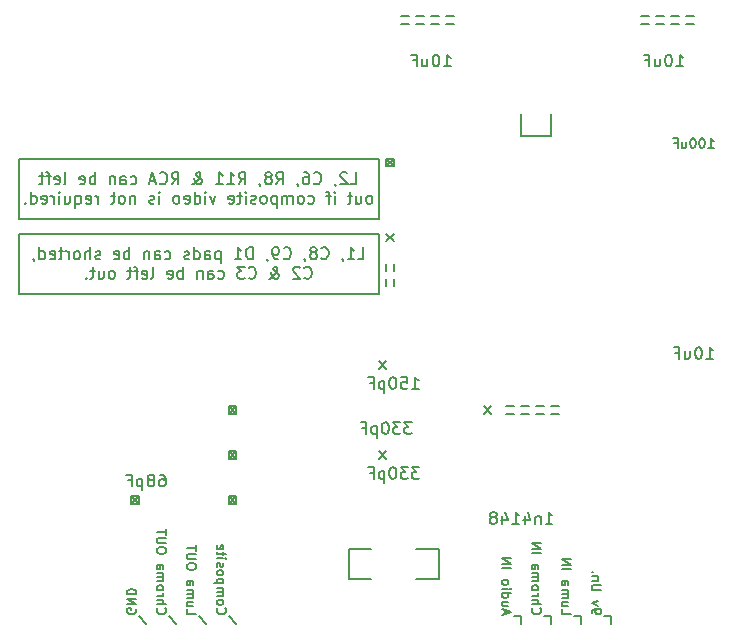
<source format=gbo>
G04 #@! TF.FileFunction,Legend,Bot*
%FSLAX46Y46*%
G04 Gerber Fmt 4.6, Leading zero omitted, Abs format (unit mm)*
G04 Created by KiCad (PCBNEW 4.0.7) date 08/20/19 18:35:54*
%MOMM*%
%LPD*%
G01*
G04 APERTURE LIST*
%ADD10C,0.100000*%
%ADD11C,0.200000*%
%ADD12C,0.150000*%
G04 APERTURE END LIST*
D10*
D11*
X173355000Y-68580000D02*
X172720000Y-68580000D01*
X174625000Y-68580000D02*
X173990000Y-68580000D01*
X175895000Y-68580000D02*
X175260000Y-68580000D01*
X177165000Y-68580000D02*
X176530000Y-68580000D01*
X176530000Y-69215000D02*
X177165000Y-69215000D01*
X175260000Y-69215000D02*
X175895000Y-69215000D01*
X173990000Y-69215000D02*
X174625000Y-69215000D01*
X172720000Y-69215000D02*
X173355000Y-69215000D01*
X156210000Y-68580000D02*
X156845000Y-68580000D01*
X154940000Y-68580000D02*
X155575000Y-68580000D01*
X153670000Y-68580000D02*
X154305000Y-68580000D01*
X152400000Y-68580000D02*
X153035000Y-68580000D01*
X153035000Y-69215000D02*
X152400000Y-69215000D01*
X156210000Y-69215000D02*
X156845000Y-69215000D01*
X154940000Y-69215000D02*
X155575000Y-69215000D01*
X153670000Y-69215000D02*
X154305000Y-69215000D01*
X165100000Y-78740000D02*
X165100000Y-76835000D01*
X162560000Y-78740000D02*
X165100000Y-78740000D01*
X162560000Y-76835000D02*
X162560000Y-78740000D01*
X155575000Y-113665000D02*
X153670000Y-113665000D01*
X155575000Y-116205000D02*
X155575000Y-113665000D01*
X153670000Y-116205000D02*
X155575000Y-116205000D01*
X147955000Y-116205000D02*
X149860000Y-116205000D01*
X147955000Y-113665000D02*
X147955000Y-116205000D01*
X149860000Y-113665000D02*
X147955000Y-113665000D01*
X165735000Y-102235000D02*
X165100000Y-102235000D01*
X165100000Y-101600000D02*
X165735000Y-101600000D01*
X161925000Y-102235000D02*
X161290000Y-102235000D01*
X161290000Y-101600000D02*
X161925000Y-101600000D01*
X163830000Y-102235000D02*
X164465000Y-102235000D01*
X163830000Y-101600000D02*
X164465000Y-101600000D01*
X162560000Y-101600000D02*
X163195000Y-101600000D01*
X151765000Y-90805000D02*
X151765000Y-91440000D01*
X151765000Y-89535000D02*
X151765000Y-90170000D01*
X151130000Y-90805000D02*
X151130000Y-91440000D01*
X151130000Y-89535000D02*
X151130000Y-90170000D01*
X159385000Y-101600000D02*
X160020000Y-102235000D01*
X159385000Y-102235000D02*
X160020000Y-101600000D01*
X151765000Y-86995000D02*
X151130000Y-87630000D01*
X151130000Y-86995000D02*
X151765000Y-87630000D01*
X151130000Y-80645000D02*
X151765000Y-81280000D01*
X151765000Y-80645000D02*
X151130000Y-80645000D01*
X151130000Y-81280000D02*
X151765000Y-80645000D01*
X151765000Y-80645000D02*
X151130000Y-80645000D01*
X151765000Y-81280000D02*
X151765000Y-80645000D01*
X151130000Y-81280000D02*
X151765000Y-81280000D01*
X151130000Y-80645000D02*
X151130000Y-81280000D01*
X137795000Y-101600000D02*
X138430000Y-102235000D01*
X138430000Y-101600000D02*
X137795000Y-102235000D01*
X137795000Y-105410000D02*
X138430000Y-106045000D01*
X137795000Y-106045000D02*
X138430000Y-105410000D01*
X129540000Y-109220000D02*
X130175000Y-109855000D01*
X129540000Y-109855000D02*
X130175000Y-109220000D01*
X137795000Y-109220000D02*
X138430000Y-109855000D01*
X137795000Y-109855000D02*
X138430000Y-109220000D01*
X138430000Y-109855000D02*
X137795000Y-109855000D01*
X138430000Y-109220000D02*
X138430000Y-109855000D01*
X137795000Y-109220000D02*
X138430000Y-109220000D01*
X137795000Y-109855000D02*
X137795000Y-109220000D01*
X138430000Y-106045000D02*
X137795000Y-106045000D01*
X138430000Y-105410000D02*
X138430000Y-106045000D01*
X137795000Y-105410000D02*
X138430000Y-105410000D01*
X137795000Y-106045000D02*
X137795000Y-105410000D01*
X130175000Y-109855000D02*
X129540000Y-109855000D01*
X130175000Y-109220000D02*
X130175000Y-109855000D01*
X129540000Y-109220000D02*
X130175000Y-109220000D01*
X129540000Y-109855000D02*
X129540000Y-109220000D01*
X138430000Y-102235000D02*
X137795000Y-102235000D01*
X138430000Y-101600000D02*
X138430000Y-102235000D01*
X137795000Y-101600000D02*
X138430000Y-101600000D01*
X137795000Y-102235000D02*
X137795000Y-101600000D01*
X150495000Y-105410000D02*
X151130000Y-106045000D01*
X151130000Y-105410000D02*
X150495000Y-106045000D01*
X151130000Y-97790000D02*
X150495000Y-98425000D01*
X150495000Y-97790000D02*
X151130000Y-98425000D01*
X163195000Y-102235000D02*
X162560000Y-102235000D01*
X120015000Y-92075000D02*
X120015000Y-86995000D01*
X150495000Y-92075000D02*
X120015000Y-92075000D01*
X150495000Y-86995000D02*
X150495000Y-92075000D01*
X120015000Y-86995000D02*
X150495000Y-86995000D01*
X150495000Y-85725000D02*
X120015000Y-85725000D01*
X150495000Y-80645000D02*
X120015000Y-80645000D01*
X150495000Y-80645000D02*
X150495000Y-85725000D01*
X120015000Y-81280000D02*
X120015000Y-80645000D01*
X120015000Y-85725000D02*
X120015000Y-81280000D01*
X120015000Y-81280000D02*
X120015000Y-85725000D01*
D12*
X148731191Y-89162381D02*
X149207382Y-89162381D01*
X149207382Y-88162381D01*
X147874048Y-89162381D02*
X148445477Y-89162381D01*
X148159763Y-89162381D02*
X148159763Y-88162381D01*
X148255001Y-88305238D01*
X148350239Y-88400476D01*
X148445477Y-88448095D01*
X147397858Y-89114762D02*
X147397858Y-89162381D01*
X147445477Y-89257619D01*
X147493096Y-89305238D01*
X145635953Y-89067143D02*
X145683572Y-89114762D01*
X145826429Y-89162381D01*
X145921667Y-89162381D01*
X146064525Y-89114762D01*
X146159763Y-89019524D01*
X146207382Y-88924286D01*
X146255001Y-88733810D01*
X146255001Y-88590952D01*
X146207382Y-88400476D01*
X146159763Y-88305238D01*
X146064525Y-88210000D01*
X145921667Y-88162381D01*
X145826429Y-88162381D01*
X145683572Y-88210000D01*
X145635953Y-88257619D01*
X145064525Y-88590952D02*
X145159763Y-88543333D01*
X145207382Y-88495714D01*
X145255001Y-88400476D01*
X145255001Y-88352857D01*
X145207382Y-88257619D01*
X145159763Y-88210000D01*
X145064525Y-88162381D01*
X144874048Y-88162381D01*
X144778810Y-88210000D01*
X144731191Y-88257619D01*
X144683572Y-88352857D01*
X144683572Y-88400476D01*
X144731191Y-88495714D01*
X144778810Y-88543333D01*
X144874048Y-88590952D01*
X145064525Y-88590952D01*
X145159763Y-88638571D01*
X145207382Y-88686190D01*
X145255001Y-88781429D01*
X145255001Y-88971905D01*
X145207382Y-89067143D01*
X145159763Y-89114762D01*
X145064525Y-89162381D01*
X144874048Y-89162381D01*
X144778810Y-89114762D01*
X144731191Y-89067143D01*
X144683572Y-88971905D01*
X144683572Y-88781429D01*
X144731191Y-88686190D01*
X144778810Y-88638571D01*
X144874048Y-88590952D01*
X144207382Y-89114762D02*
X144207382Y-89162381D01*
X144255001Y-89257619D01*
X144302620Y-89305238D01*
X142445477Y-89067143D02*
X142493096Y-89114762D01*
X142635953Y-89162381D01*
X142731191Y-89162381D01*
X142874049Y-89114762D01*
X142969287Y-89019524D01*
X143016906Y-88924286D01*
X143064525Y-88733810D01*
X143064525Y-88590952D01*
X143016906Y-88400476D01*
X142969287Y-88305238D01*
X142874049Y-88210000D01*
X142731191Y-88162381D01*
X142635953Y-88162381D01*
X142493096Y-88210000D01*
X142445477Y-88257619D01*
X141969287Y-89162381D02*
X141778811Y-89162381D01*
X141683572Y-89114762D01*
X141635953Y-89067143D01*
X141540715Y-88924286D01*
X141493096Y-88733810D01*
X141493096Y-88352857D01*
X141540715Y-88257619D01*
X141588334Y-88210000D01*
X141683572Y-88162381D01*
X141874049Y-88162381D01*
X141969287Y-88210000D01*
X142016906Y-88257619D01*
X142064525Y-88352857D01*
X142064525Y-88590952D01*
X142016906Y-88686190D01*
X141969287Y-88733810D01*
X141874049Y-88781429D01*
X141683572Y-88781429D01*
X141588334Y-88733810D01*
X141540715Y-88686190D01*
X141493096Y-88590952D01*
X141016906Y-89114762D02*
X141016906Y-89162381D01*
X141064525Y-89257619D01*
X141112144Y-89305238D01*
X139826430Y-89162381D02*
X139826430Y-88162381D01*
X139588335Y-88162381D01*
X139445477Y-88210000D01*
X139350239Y-88305238D01*
X139302620Y-88400476D01*
X139255001Y-88590952D01*
X139255001Y-88733810D01*
X139302620Y-88924286D01*
X139350239Y-89019524D01*
X139445477Y-89114762D01*
X139588335Y-89162381D01*
X139826430Y-89162381D01*
X138302620Y-89162381D02*
X138874049Y-89162381D01*
X138588335Y-89162381D02*
X138588335Y-88162381D01*
X138683573Y-88305238D01*
X138778811Y-88400476D01*
X138874049Y-88448095D01*
X137112144Y-88495714D02*
X137112144Y-89495714D01*
X137112144Y-88543333D02*
X137016906Y-88495714D01*
X136826429Y-88495714D01*
X136731191Y-88543333D01*
X136683572Y-88590952D01*
X136635953Y-88686190D01*
X136635953Y-88971905D01*
X136683572Y-89067143D01*
X136731191Y-89114762D01*
X136826429Y-89162381D01*
X137016906Y-89162381D01*
X137112144Y-89114762D01*
X135778810Y-89162381D02*
X135778810Y-88638571D01*
X135826429Y-88543333D01*
X135921667Y-88495714D01*
X136112144Y-88495714D01*
X136207382Y-88543333D01*
X135778810Y-89114762D02*
X135874048Y-89162381D01*
X136112144Y-89162381D01*
X136207382Y-89114762D01*
X136255001Y-89019524D01*
X136255001Y-88924286D01*
X136207382Y-88829048D01*
X136112144Y-88781429D01*
X135874048Y-88781429D01*
X135778810Y-88733810D01*
X134874048Y-89162381D02*
X134874048Y-88162381D01*
X134874048Y-89114762D02*
X134969286Y-89162381D01*
X135159763Y-89162381D01*
X135255001Y-89114762D01*
X135302620Y-89067143D01*
X135350239Y-88971905D01*
X135350239Y-88686190D01*
X135302620Y-88590952D01*
X135255001Y-88543333D01*
X135159763Y-88495714D01*
X134969286Y-88495714D01*
X134874048Y-88543333D01*
X134445477Y-89114762D02*
X134350239Y-89162381D01*
X134159763Y-89162381D01*
X134064524Y-89114762D01*
X134016905Y-89019524D01*
X134016905Y-88971905D01*
X134064524Y-88876667D01*
X134159763Y-88829048D01*
X134302620Y-88829048D01*
X134397858Y-88781429D01*
X134445477Y-88686190D01*
X134445477Y-88638571D01*
X134397858Y-88543333D01*
X134302620Y-88495714D01*
X134159763Y-88495714D01*
X134064524Y-88543333D01*
X132397857Y-89114762D02*
X132493095Y-89162381D01*
X132683572Y-89162381D01*
X132778810Y-89114762D01*
X132826429Y-89067143D01*
X132874048Y-88971905D01*
X132874048Y-88686190D01*
X132826429Y-88590952D01*
X132778810Y-88543333D01*
X132683572Y-88495714D01*
X132493095Y-88495714D01*
X132397857Y-88543333D01*
X131540714Y-89162381D02*
X131540714Y-88638571D01*
X131588333Y-88543333D01*
X131683571Y-88495714D01*
X131874048Y-88495714D01*
X131969286Y-88543333D01*
X131540714Y-89114762D02*
X131635952Y-89162381D01*
X131874048Y-89162381D01*
X131969286Y-89114762D01*
X132016905Y-89019524D01*
X132016905Y-88924286D01*
X131969286Y-88829048D01*
X131874048Y-88781429D01*
X131635952Y-88781429D01*
X131540714Y-88733810D01*
X131064524Y-88495714D02*
X131064524Y-89162381D01*
X131064524Y-88590952D02*
X131016905Y-88543333D01*
X130921667Y-88495714D01*
X130778809Y-88495714D01*
X130683571Y-88543333D01*
X130635952Y-88638571D01*
X130635952Y-89162381D01*
X129397857Y-89162381D02*
X129397857Y-88162381D01*
X129397857Y-88543333D02*
X129302619Y-88495714D01*
X129112142Y-88495714D01*
X129016904Y-88543333D01*
X128969285Y-88590952D01*
X128921666Y-88686190D01*
X128921666Y-88971905D01*
X128969285Y-89067143D01*
X129016904Y-89114762D01*
X129112142Y-89162381D01*
X129302619Y-89162381D01*
X129397857Y-89114762D01*
X128112142Y-89114762D02*
X128207380Y-89162381D01*
X128397857Y-89162381D01*
X128493095Y-89114762D01*
X128540714Y-89019524D01*
X128540714Y-88638571D01*
X128493095Y-88543333D01*
X128397857Y-88495714D01*
X128207380Y-88495714D01*
X128112142Y-88543333D01*
X128064523Y-88638571D01*
X128064523Y-88733810D01*
X128540714Y-88829048D01*
X126921666Y-89114762D02*
X126826428Y-89162381D01*
X126635952Y-89162381D01*
X126540713Y-89114762D01*
X126493094Y-89019524D01*
X126493094Y-88971905D01*
X126540713Y-88876667D01*
X126635952Y-88829048D01*
X126778809Y-88829048D01*
X126874047Y-88781429D01*
X126921666Y-88686190D01*
X126921666Y-88638571D01*
X126874047Y-88543333D01*
X126778809Y-88495714D01*
X126635952Y-88495714D01*
X126540713Y-88543333D01*
X126064523Y-89162381D02*
X126064523Y-88162381D01*
X125635951Y-89162381D02*
X125635951Y-88638571D01*
X125683570Y-88543333D01*
X125778808Y-88495714D01*
X125921666Y-88495714D01*
X126016904Y-88543333D01*
X126064523Y-88590952D01*
X125016904Y-89162381D02*
X125112142Y-89114762D01*
X125159761Y-89067143D01*
X125207380Y-88971905D01*
X125207380Y-88686190D01*
X125159761Y-88590952D01*
X125112142Y-88543333D01*
X125016904Y-88495714D01*
X124874046Y-88495714D01*
X124778808Y-88543333D01*
X124731189Y-88590952D01*
X124683570Y-88686190D01*
X124683570Y-88971905D01*
X124731189Y-89067143D01*
X124778808Y-89114762D01*
X124874046Y-89162381D01*
X125016904Y-89162381D01*
X124254999Y-89162381D02*
X124254999Y-88495714D01*
X124254999Y-88686190D02*
X124207380Y-88590952D01*
X124159761Y-88543333D01*
X124064523Y-88495714D01*
X123969284Y-88495714D01*
X123778808Y-88495714D02*
X123397856Y-88495714D01*
X123635951Y-88162381D02*
X123635951Y-89019524D01*
X123588332Y-89114762D01*
X123493094Y-89162381D01*
X123397856Y-89162381D01*
X122683569Y-89114762D02*
X122778807Y-89162381D01*
X122969284Y-89162381D01*
X123064522Y-89114762D01*
X123112141Y-89019524D01*
X123112141Y-88638571D01*
X123064522Y-88543333D01*
X122969284Y-88495714D01*
X122778807Y-88495714D01*
X122683569Y-88543333D01*
X122635950Y-88638571D01*
X122635950Y-88733810D01*
X123112141Y-88829048D01*
X121778807Y-89162381D02*
X121778807Y-88162381D01*
X121778807Y-89114762D02*
X121874045Y-89162381D01*
X122064522Y-89162381D01*
X122159760Y-89114762D01*
X122207379Y-89067143D01*
X122254998Y-88971905D01*
X122254998Y-88686190D01*
X122207379Y-88590952D01*
X122159760Y-88543333D01*
X122064522Y-88495714D01*
X121874045Y-88495714D01*
X121778807Y-88543333D01*
X121254998Y-89114762D02*
X121254998Y-89162381D01*
X121302617Y-89257619D01*
X121350236Y-89305238D01*
X144207382Y-90717143D02*
X144255001Y-90764762D01*
X144397858Y-90812381D01*
X144493096Y-90812381D01*
X144635954Y-90764762D01*
X144731192Y-90669524D01*
X144778811Y-90574286D01*
X144826430Y-90383810D01*
X144826430Y-90240952D01*
X144778811Y-90050476D01*
X144731192Y-89955238D01*
X144635954Y-89860000D01*
X144493096Y-89812381D01*
X144397858Y-89812381D01*
X144255001Y-89860000D01*
X144207382Y-89907619D01*
X143826430Y-89907619D02*
X143778811Y-89860000D01*
X143683573Y-89812381D01*
X143445477Y-89812381D01*
X143350239Y-89860000D01*
X143302620Y-89907619D01*
X143255001Y-90002857D01*
X143255001Y-90098095D01*
X143302620Y-90240952D01*
X143874049Y-90812381D01*
X143255001Y-90812381D01*
X141255001Y-90812381D02*
X141302620Y-90812381D01*
X141397858Y-90764762D01*
X141540715Y-90621905D01*
X141778810Y-90336190D01*
X141874049Y-90193333D01*
X141921668Y-90050476D01*
X141921668Y-89955238D01*
X141874049Y-89860000D01*
X141778810Y-89812381D01*
X141731191Y-89812381D01*
X141635953Y-89860000D01*
X141588334Y-89955238D01*
X141588334Y-90002857D01*
X141635953Y-90098095D01*
X141683572Y-90145714D01*
X141969287Y-90336190D01*
X142016906Y-90383810D01*
X142064525Y-90479048D01*
X142064525Y-90621905D01*
X142016906Y-90717143D01*
X141969287Y-90764762D01*
X141874049Y-90812381D01*
X141731191Y-90812381D01*
X141635953Y-90764762D01*
X141588334Y-90717143D01*
X141445477Y-90526667D01*
X141397858Y-90383810D01*
X141397858Y-90288571D01*
X139493096Y-90717143D02*
X139540715Y-90764762D01*
X139683572Y-90812381D01*
X139778810Y-90812381D01*
X139921668Y-90764762D01*
X140016906Y-90669524D01*
X140064525Y-90574286D01*
X140112144Y-90383810D01*
X140112144Y-90240952D01*
X140064525Y-90050476D01*
X140016906Y-89955238D01*
X139921668Y-89860000D01*
X139778810Y-89812381D01*
X139683572Y-89812381D01*
X139540715Y-89860000D01*
X139493096Y-89907619D01*
X139159763Y-89812381D02*
X138540715Y-89812381D01*
X138874049Y-90193333D01*
X138731191Y-90193333D01*
X138635953Y-90240952D01*
X138588334Y-90288571D01*
X138540715Y-90383810D01*
X138540715Y-90621905D01*
X138588334Y-90717143D01*
X138635953Y-90764762D01*
X138731191Y-90812381D01*
X139016906Y-90812381D01*
X139112144Y-90764762D01*
X139159763Y-90717143D01*
X136921667Y-90764762D02*
X137016905Y-90812381D01*
X137207382Y-90812381D01*
X137302620Y-90764762D01*
X137350239Y-90717143D01*
X137397858Y-90621905D01*
X137397858Y-90336190D01*
X137350239Y-90240952D01*
X137302620Y-90193333D01*
X137207382Y-90145714D01*
X137016905Y-90145714D01*
X136921667Y-90193333D01*
X136064524Y-90812381D02*
X136064524Y-90288571D01*
X136112143Y-90193333D01*
X136207381Y-90145714D01*
X136397858Y-90145714D01*
X136493096Y-90193333D01*
X136064524Y-90764762D02*
X136159762Y-90812381D01*
X136397858Y-90812381D01*
X136493096Y-90764762D01*
X136540715Y-90669524D01*
X136540715Y-90574286D01*
X136493096Y-90479048D01*
X136397858Y-90431429D01*
X136159762Y-90431429D01*
X136064524Y-90383810D01*
X135588334Y-90145714D02*
X135588334Y-90812381D01*
X135588334Y-90240952D02*
X135540715Y-90193333D01*
X135445477Y-90145714D01*
X135302619Y-90145714D01*
X135207381Y-90193333D01*
X135159762Y-90288571D01*
X135159762Y-90812381D01*
X133921667Y-90812381D02*
X133921667Y-89812381D01*
X133921667Y-90193333D02*
X133826429Y-90145714D01*
X133635952Y-90145714D01*
X133540714Y-90193333D01*
X133493095Y-90240952D01*
X133445476Y-90336190D01*
X133445476Y-90621905D01*
X133493095Y-90717143D01*
X133540714Y-90764762D01*
X133635952Y-90812381D01*
X133826429Y-90812381D01*
X133921667Y-90764762D01*
X132635952Y-90764762D02*
X132731190Y-90812381D01*
X132921667Y-90812381D01*
X133016905Y-90764762D01*
X133064524Y-90669524D01*
X133064524Y-90288571D01*
X133016905Y-90193333D01*
X132921667Y-90145714D01*
X132731190Y-90145714D01*
X132635952Y-90193333D01*
X132588333Y-90288571D01*
X132588333Y-90383810D01*
X133064524Y-90479048D01*
X131255000Y-90812381D02*
X131350238Y-90764762D01*
X131397857Y-90669524D01*
X131397857Y-89812381D01*
X130493094Y-90764762D02*
X130588332Y-90812381D01*
X130778809Y-90812381D01*
X130874047Y-90764762D01*
X130921666Y-90669524D01*
X130921666Y-90288571D01*
X130874047Y-90193333D01*
X130778809Y-90145714D01*
X130588332Y-90145714D01*
X130493094Y-90193333D01*
X130445475Y-90288571D01*
X130445475Y-90383810D01*
X130921666Y-90479048D01*
X130159761Y-90145714D02*
X129778809Y-90145714D01*
X130016904Y-90812381D02*
X130016904Y-89955238D01*
X129969285Y-89860000D01*
X129874047Y-89812381D01*
X129778809Y-89812381D01*
X129588332Y-90145714D02*
X129207380Y-90145714D01*
X129445475Y-89812381D02*
X129445475Y-90669524D01*
X129397856Y-90764762D01*
X129302618Y-90812381D01*
X129207380Y-90812381D01*
X127969284Y-90812381D02*
X128064522Y-90764762D01*
X128112141Y-90717143D01*
X128159760Y-90621905D01*
X128159760Y-90336190D01*
X128112141Y-90240952D01*
X128064522Y-90193333D01*
X127969284Y-90145714D01*
X127826426Y-90145714D01*
X127731188Y-90193333D01*
X127683569Y-90240952D01*
X127635950Y-90336190D01*
X127635950Y-90621905D01*
X127683569Y-90717143D01*
X127731188Y-90764762D01*
X127826426Y-90812381D01*
X127969284Y-90812381D01*
X126778807Y-90145714D02*
X126778807Y-90812381D01*
X127207379Y-90145714D02*
X127207379Y-90669524D01*
X127159760Y-90764762D01*
X127064522Y-90812381D01*
X126921664Y-90812381D01*
X126826426Y-90764762D01*
X126778807Y-90717143D01*
X126445474Y-90145714D02*
X126064522Y-90145714D01*
X126302617Y-89812381D02*
X126302617Y-90669524D01*
X126254998Y-90764762D01*
X126159760Y-90812381D01*
X126064522Y-90812381D01*
X125731188Y-90717143D02*
X125683569Y-90764762D01*
X125731188Y-90812381D01*
X125778807Y-90764762D01*
X125731188Y-90717143D01*
X125731188Y-90812381D01*
X148112144Y-82812381D02*
X148588335Y-82812381D01*
X148588335Y-81812381D01*
X147826430Y-81907619D02*
X147778811Y-81860000D01*
X147683573Y-81812381D01*
X147445477Y-81812381D01*
X147350239Y-81860000D01*
X147302620Y-81907619D01*
X147255001Y-82002857D01*
X147255001Y-82098095D01*
X147302620Y-82240952D01*
X147874049Y-82812381D01*
X147255001Y-82812381D01*
X146778811Y-82764762D02*
X146778811Y-82812381D01*
X146826430Y-82907619D01*
X146874049Y-82955238D01*
X145016906Y-82717143D02*
X145064525Y-82764762D01*
X145207382Y-82812381D01*
X145302620Y-82812381D01*
X145445478Y-82764762D01*
X145540716Y-82669524D01*
X145588335Y-82574286D01*
X145635954Y-82383810D01*
X145635954Y-82240952D01*
X145588335Y-82050476D01*
X145540716Y-81955238D01*
X145445478Y-81860000D01*
X145302620Y-81812381D01*
X145207382Y-81812381D01*
X145064525Y-81860000D01*
X145016906Y-81907619D01*
X144159763Y-81812381D02*
X144350240Y-81812381D01*
X144445478Y-81860000D01*
X144493097Y-81907619D01*
X144588335Y-82050476D01*
X144635954Y-82240952D01*
X144635954Y-82621905D01*
X144588335Y-82717143D01*
X144540716Y-82764762D01*
X144445478Y-82812381D01*
X144255001Y-82812381D01*
X144159763Y-82764762D01*
X144112144Y-82717143D01*
X144064525Y-82621905D01*
X144064525Y-82383810D01*
X144112144Y-82288571D01*
X144159763Y-82240952D01*
X144255001Y-82193333D01*
X144445478Y-82193333D01*
X144540716Y-82240952D01*
X144588335Y-82288571D01*
X144635954Y-82383810D01*
X143588335Y-82764762D02*
X143588335Y-82812381D01*
X143635954Y-82907619D01*
X143683573Y-82955238D01*
X141826430Y-82812381D02*
X142159764Y-82336190D01*
X142397859Y-82812381D02*
X142397859Y-81812381D01*
X142016906Y-81812381D01*
X141921668Y-81860000D01*
X141874049Y-81907619D01*
X141826430Y-82002857D01*
X141826430Y-82145714D01*
X141874049Y-82240952D01*
X141921668Y-82288571D01*
X142016906Y-82336190D01*
X142397859Y-82336190D01*
X141255002Y-82240952D02*
X141350240Y-82193333D01*
X141397859Y-82145714D01*
X141445478Y-82050476D01*
X141445478Y-82002857D01*
X141397859Y-81907619D01*
X141350240Y-81860000D01*
X141255002Y-81812381D01*
X141064525Y-81812381D01*
X140969287Y-81860000D01*
X140921668Y-81907619D01*
X140874049Y-82002857D01*
X140874049Y-82050476D01*
X140921668Y-82145714D01*
X140969287Y-82193333D01*
X141064525Y-82240952D01*
X141255002Y-82240952D01*
X141350240Y-82288571D01*
X141397859Y-82336190D01*
X141445478Y-82431429D01*
X141445478Y-82621905D01*
X141397859Y-82717143D01*
X141350240Y-82764762D01*
X141255002Y-82812381D01*
X141064525Y-82812381D01*
X140969287Y-82764762D01*
X140921668Y-82717143D01*
X140874049Y-82621905D01*
X140874049Y-82431429D01*
X140921668Y-82336190D01*
X140969287Y-82288571D01*
X141064525Y-82240952D01*
X140397859Y-82764762D02*
X140397859Y-82812381D01*
X140445478Y-82907619D01*
X140493097Y-82955238D01*
X138635954Y-82812381D02*
X138969288Y-82336190D01*
X139207383Y-82812381D02*
X139207383Y-81812381D01*
X138826430Y-81812381D01*
X138731192Y-81860000D01*
X138683573Y-81907619D01*
X138635954Y-82002857D01*
X138635954Y-82145714D01*
X138683573Y-82240952D01*
X138731192Y-82288571D01*
X138826430Y-82336190D01*
X139207383Y-82336190D01*
X137683573Y-82812381D02*
X138255002Y-82812381D01*
X137969288Y-82812381D02*
X137969288Y-81812381D01*
X138064526Y-81955238D01*
X138159764Y-82050476D01*
X138255002Y-82098095D01*
X136731192Y-82812381D02*
X137302621Y-82812381D01*
X137016907Y-82812381D02*
X137016907Y-81812381D01*
X137112145Y-81955238D01*
X137207383Y-82050476D01*
X137302621Y-82098095D01*
X134731192Y-82812381D02*
X134778811Y-82812381D01*
X134874049Y-82764762D01*
X135016906Y-82621905D01*
X135255001Y-82336190D01*
X135350240Y-82193333D01*
X135397859Y-82050476D01*
X135397859Y-81955238D01*
X135350240Y-81860000D01*
X135255001Y-81812381D01*
X135207382Y-81812381D01*
X135112144Y-81860000D01*
X135064525Y-81955238D01*
X135064525Y-82002857D01*
X135112144Y-82098095D01*
X135159763Y-82145714D01*
X135445478Y-82336190D01*
X135493097Y-82383810D01*
X135540716Y-82479048D01*
X135540716Y-82621905D01*
X135493097Y-82717143D01*
X135445478Y-82764762D01*
X135350240Y-82812381D01*
X135207382Y-82812381D01*
X135112144Y-82764762D01*
X135064525Y-82717143D01*
X134921668Y-82526667D01*
X134874049Y-82383810D01*
X134874049Y-82288571D01*
X132969287Y-82812381D02*
X133302621Y-82336190D01*
X133540716Y-82812381D02*
X133540716Y-81812381D01*
X133159763Y-81812381D01*
X133064525Y-81860000D01*
X133016906Y-81907619D01*
X132969287Y-82002857D01*
X132969287Y-82145714D01*
X133016906Y-82240952D01*
X133064525Y-82288571D01*
X133159763Y-82336190D01*
X133540716Y-82336190D01*
X131969287Y-82717143D02*
X132016906Y-82764762D01*
X132159763Y-82812381D01*
X132255001Y-82812381D01*
X132397859Y-82764762D01*
X132493097Y-82669524D01*
X132540716Y-82574286D01*
X132588335Y-82383810D01*
X132588335Y-82240952D01*
X132540716Y-82050476D01*
X132493097Y-81955238D01*
X132397859Y-81860000D01*
X132255001Y-81812381D01*
X132159763Y-81812381D01*
X132016906Y-81860000D01*
X131969287Y-81907619D01*
X131588335Y-82526667D02*
X131112144Y-82526667D01*
X131683573Y-82812381D02*
X131350240Y-81812381D01*
X131016906Y-82812381D01*
X129493096Y-82764762D02*
X129588334Y-82812381D01*
X129778811Y-82812381D01*
X129874049Y-82764762D01*
X129921668Y-82717143D01*
X129969287Y-82621905D01*
X129969287Y-82336190D01*
X129921668Y-82240952D01*
X129874049Y-82193333D01*
X129778811Y-82145714D01*
X129588334Y-82145714D01*
X129493096Y-82193333D01*
X128635953Y-82812381D02*
X128635953Y-82288571D01*
X128683572Y-82193333D01*
X128778810Y-82145714D01*
X128969287Y-82145714D01*
X129064525Y-82193333D01*
X128635953Y-82764762D02*
X128731191Y-82812381D01*
X128969287Y-82812381D01*
X129064525Y-82764762D01*
X129112144Y-82669524D01*
X129112144Y-82574286D01*
X129064525Y-82479048D01*
X128969287Y-82431429D01*
X128731191Y-82431429D01*
X128635953Y-82383810D01*
X128159763Y-82145714D02*
X128159763Y-82812381D01*
X128159763Y-82240952D02*
X128112144Y-82193333D01*
X128016906Y-82145714D01*
X127874048Y-82145714D01*
X127778810Y-82193333D01*
X127731191Y-82288571D01*
X127731191Y-82812381D01*
X126493096Y-82812381D02*
X126493096Y-81812381D01*
X126493096Y-82193333D02*
X126397858Y-82145714D01*
X126207381Y-82145714D01*
X126112143Y-82193333D01*
X126064524Y-82240952D01*
X126016905Y-82336190D01*
X126016905Y-82621905D01*
X126064524Y-82717143D01*
X126112143Y-82764762D01*
X126207381Y-82812381D01*
X126397858Y-82812381D01*
X126493096Y-82764762D01*
X125207381Y-82764762D02*
X125302619Y-82812381D01*
X125493096Y-82812381D01*
X125588334Y-82764762D01*
X125635953Y-82669524D01*
X125635953Y-82288571D01*
X125588334Y-82193333D01*
X125493096Y-82145714D01*
X125302619Y-82145714D01*
X125207381Y-82193333D01*
X125159762Y-82288571D01*
X125159762Y-82383810D01*
X125635953Y-82479048D01*
X123826429Y-82812381D02*
X123921667Y-82764762D01*
X123969286Y-82669524D01*
X123969286Y-81812381D01*
X123064523Y-82764762D02*
X123159761Y-82812381D01*
X123350238Y-82812381D01*
X123445476Y-82764762D01*
X123493095Y-82669524D01*
X123493095Y-82288571D01*
X123445476Y-82193333D01*
X123350238Y-82145714D01*
X123159761Y-82145714D01*
X123064523Y-82193333D01*
X123016904Y-82288571D01*
X123016904Y-82383810D01*
X123493095Y-82479048D01*
X122731190Y-82145714D02*
X122350238Y-82145714D01*
X122588333Y-82812381D02*
X122588333Y-81955238D01*
X122540714Y-81860000D01*
X122445476Y-81812381D01*
X122350238Y-81812381D01*
X122159761Y-82145714D02*
X121778809Y-82145714D01*
X122016904Y-81812381D02*
X122016904Y-82669524D01*
X121969285Y-82764762D01*
X121874047Y-82812381D01*
X121778809Y-82812381D01*
X149778811Y-84462381D02*
X149874049Y-84414762D01*
X149921668Y-84367143D01*
X149969287Y-84271905D01*
X149969287Y-83986190D01*
X149921668Y-83890952D01*
X149874049Y-83843333D01*
X149778811Y-83795714D01*
X149635953Y-83795714D01*
X149540715Y-83843333D01*
X149493096Y-83890952D01*
X149445477Y-83986190D01*
X149445477Y-84271905D01*
X149493096Y-84367143D01*
X149540715Y-84414762D01*
X149635953Y-84462381D01*
X149778811Y-84462381D01*
X148588334Y-83795714D02*
X148588334Y-84462381D01*
X149016906Y-83795714D02*
X149016906Y-84319524D01*
X148969287Y-84414762D01*
X148874049Y-84462381D01*
X148731191Y-84462381D01*
X148635953Y-84414762D01*
X148588334Y-84367143D01*
X148255001Y-83795714D02*
X147874049Y-83795714D01*
X148112144Y-83462381D02*
X148112144Y-84319524D01*
X148064525Y-84414762D01*
X147969287Y-84462381D01*
X147874049Y-84462381D01*
X146778810Y-84462381D02*
X146778810Y-83795714D01*
X146778810Y-83462381D02*
X146826429Y-83510000D01*
X146778810Y-83557619D01*
X146731191Y-83510000D01*
X146778810Y-83462381D01*
X146778810Y-83557619D01*
X146445477Y-83795714D02*
X146064525Y-83795714D01*
X146302620Y-84462381D02*
X146302620Y-83605238D01*
X146255001Y-83510000D01*
X146159763Y-83462381D01*
X146064525Y-83462381D01*
X144540714Y-84414762D02*
X144635952Y-84462381D01*
X144826429Y-84462381D01*
X144921667Y-84414762D01*
X144969286Y-84367143D01*
X145016905Y-84271905D01*
X145016905Y-83986190D01*
X144969286Y-83890952D01*
X144921667Y-83843333D01*
X144826429Y-83795714D01*
X144635952Y-83795714D01*
X144540714Y-83843333D01*
X143969286Y-84462381D02*
X144064524Y-84414762D01*
X144112143Y-84367143D01*
X144159762Y-84271905D01*
X144159762Y-83986190D01*
X144112143Y-83890952D01*
X144064524Y-83843333D01*
X143969286Y-83795714D01*
X143826428Y-83795714D01*
X143731190Y-83843333D01*
X143683571Y-83890952D01*
X143635952Y-83986190D01*
X143635952Y-84271905D01*
X143683571Y-84367143D01*
X143731190Y-84414762D01*
X143826428Y-84462381D01*
X143969286Y-84462381D01*
X143207381Y-84462381D02*
X143207381Y-83795714D01*
X143207381Y-83890952D02*
X143159762Y-83843333D01*
X143064524Y-83795714D01*
X142921666Y-83795714D01*
X142826428Y-83843333D01*
X142778809Y-83938571D01*
X142778809Y-84462381D01*
X142778809Y-83938571D02*
X142731190Y-83843333D01*
X142635952Y-83795714D01*
X142493095Y-83795714D01*
X142397857Y-83843333D01*
X142350238Y-83938571D01*
X142350238Y-84462381D01*
X141874048Y-83795714D02*
X141874048Y-84795714D01*
X141874048Y-83843333D02*
X141778810Y-83795714D01*
X141588333Y-83795714D01*
X141493095Y-83843333D01*
X141445476Y-83890952D01*
X141397857Y-83986190D01*
X141397857Y-84271905D01*
X141445476Y-84367143D01*
X141493095Y-84414762D01*
X141588333Y-84462381D01*
X141778810Y-84462381D01*
X141874048Y-84414762D01*
X140826429Y-84462381D02*
X140921667Y-84414762D01*
X140969286Y-84367143D01*
X141016905Y-84271905D01*
X141016905Y-83986190D01*
X140969286Y-83890952D01*
X140921667Y-83843333D01*
X140826429Y-83795714D01*
X140683571Y-83795714D01*
X140588333Y-83843333D01*
X140540714Y-83890952D01*
X140493095Y-83986190D01*
X140493095Y-84271905D01*
X140540714Y-84367143D01*
X140588333Y-84414762D01*
X140683571Y-84462381D01*
X140826429Y-84462381D01*
X140112143Y-84414762D02*
X140016905Y-84462381D01*
X139826429Y-84462381D01*
X139731190Y-84414762D01*
X139683571Y-84319524D01*
X139683571Y-84271905D01*
X139731190Y-84176667D01*
X139826429Y-84129048D01*
X139969286Y-84129048D01*
X140064524Y-84081429D01*
X140112143Y-83986190D01*
X140112143Y-83938571D01*
X140064524Y-83843333D01*
X139969286Y-83795714D01*
X139826429Y-83795714D01*
X139731190Y-83843333D01*
X139255000Y-84462381D02*
X139255000Y-83795714D01*
X139255000Y-83462381D02*
X139302619Y-83510000D01*
X139255000Y-83557619D01*
X139207381Y-83510000D01*
X139255000Y-83462381D01*
X139255000Y-83557619D01*
X138921667Y-83795714D02*
X138540715Y-83795714D01*
X138778810Y-83462381D02*
X138778810Y-84319524D01*
X138731191Y-84414762D01*
X138635953Y-84462381D01*
X138540715Y-84462381D01*
X137826428Y-84414762D02*
X137921666Y-84462381D01*
X138112143Y-84462381D01*
X138207381Y-84414762D01*
X138255000Y-84319524D01*
X138255000Y-83938571D01*
X138207381Y-83843333D01*
X138112143Y-83795714D01*
X137921666Y-83795714D01*
X137826428Y-83843333D01*
X137778809Y-83938571D01*
X137778809Y-84033810D01*
X138255000Y-84129048D01*
X136683571Y-83795714D02*
X136445476Y-84462381D01*
X136207380Y-83795714D01*
X135826428Y-84462381D02*
X135826428Y-83795714D01*
X135826428Y-83462381D02*
X135874047Y-83510000D01*
X135826428Y-83557619D01*
X135778809Y-83510000D01*
X135826428Y-83462381D01*
X135826428Y-83557619D01*
X134921666Y-84462381D02*
X134921666Y-83462381D01*
X134921666Y-84414762D02*
X135016904Y-84462381D01*
X135207381Y-84462381D01*
X135302619Y-84414762D01*
X135350238Y-84367143D01*
X135397857Y-84271905D01*
X135397857Y-83986190D01*
X135350238Y-83890952D01*
X135302619Y-83843333D01*
X135207381Y-83795714D01*
X135016904Y-83795714D01*
X134921666Y-83843333D01*
X134064523Y-84414762D02*
X134159761Y-84462381D01*
X134350238Y-84462381D01*
X134445476Y-84414762D01*
X134493095Y-84319524D01*
X134493095Y-83938571D01*
X134445476Y-83843333D01*
X134350238Y-83795714D01*
X134159761Y-83795714D01*
X134064523Y-83843333D01*
X134016904Y-83938571D01*
X134016904Y-84033810D01*
X134493095Y-84129048D01*
X133445476Y-84462381D02*
X133540714Y-84414762D01*
X133588333Y-84367143D01*
X133635952Y-84271905D01*
X133635952Y-83986190D01*
X133588333Y-83890952D01*
X133540714Y-83843333D01*
X133445476Y-83795714D01*
X133302618Y-83795714D01*
X133207380Y-83843333D01*
X133159761Y-83890952D01*
X133112142Y-83986190D01*
X133112142Y-84271905D01*
X133159761Y-84367143D01*
X133207380Y-84414762D01*
X133302618Y-84462381D01*
X133445476Y-84462381D01*
X131921666Y-84462381D02*
X131921666Y-83795714D01*
X131921666Y-83462381D02*
X131969285Y-83510000D01*
X131921666Y-83557619D01*
X131874047Y-83510000D01*
X131921666Y-83462381D01*
X131921666Y-83557619D01*
X131493095Y-84414762D02*
X131397857Y-84462381D01*
X131207381Y-84462381D01*
X131112142Y-84414762D01*
X131064523Y-84319524D01*
X131064523Y-84271905D01*
X131112142Y-84176667D01*
X131207381Y-84129048D01*
X131350238Y-84129048D01*
X131445476Y-84081429D01*
X131493095Y-83986190D01*
X131493095Y-83938571D01*
X131445476Y-83843333D01*
X131350238Y-83795714D01*
X131207381Y-83795714D01*
X131112142Y-83843333D01*
X129874047Y-83795714D02*
X129874047Y-84462381D01*
X129874047Y-83890952D02*
X129826428Y-83843333D01*
X129731190Y-83795714D01*
X129588332Y-83795714D01*
X129493094Y-83843333D01*
X129445475Y-83938571D01*
X129445475Y-84462381D01*
X128826428Y-84462381D02*
X128921666Y-84414762D01*
X128969285Y-84367143D01*
X129016904Y-84271905D01*
X129016904Y-83986190D01*
X128969285Y-83890952D01*
X128921666Y-83843333D01*
X128826428Y-83795714D01*
X128683570Y-83795714D01*
X128588332Y-83843333D01*
X128540713Y-83890952D01*
X128493094Y-83986190D01*
X128493094Y-84271905D01*
X128540713Y-84367143D01*
X128588332Y-84414762D01*
X128683570Y-84462381D01*
X128826428Y-84462381D01*
X128207380Y-83795714D02*
X127826428Y-83795714D01*
X128064523Y-83462381D02*
X128064523Y-84319524D01*
X128016904Y-84414762D01*
X127921666Y-84462381D01*
X127826428Y-84462381D01*
X126731189Y-84462381D02*
X126731189Y-83795714D01*
X126731189Y-83986190D02*
X126683570Y-83890952D01*
X126635951Y-83843333D01*
X126540713Y-83795714D01*
X126445474Y-83795714D01*
X125731188Y-84414762D02*
X125826426Y-84462381D01*
X126016903Y-84462381D01*
X126112141Y-84414762D01*
X126159760Y-84319524D01*
X126159760Y-83938571D01*
X126112141Y-83843333D01*
X126016903Y-83795714D01*
X125826426Y-83795714D01*
X125731188Y-83843333D01*
X125683569Y-83938571D01*
X125683569Y-84033810D01*
X126159760Y-84129048D01*
X124826426Y-83795714D02*
X124826426Y-84795714D01*
X124826426Y-84414762D02*
X124921664Y-84462381D01*
X125112141Y-84462381D01*
X125207379Y-84414762D01*
X125254998Y-84367143D01*
X125302617Y-84271905D01*
X125302617Y-83986190D01*
X125254998Y-83890952D01*
X125207379Y-83843333D01*
X125112141Y-83795714D01*
X124921664Y-83795714D01*
X124826426Y-83843333D01*
X123921664Y-83795714D02*
X123921664Y-84462381D01*
X124350236Y-83795714D02*
X124350236Y-84319524D01*
X124302617Y-84414762D01*
X124207379Y-84462381D01*
X124064521Y-84462381D01*
X123969283Y-84414762D01*
X123921664Y-84367143D01*
X123445474Y-84462381D02*
X123445474Y-83795714D01*
X123445474Y-83462381D02*
X123493093Y-83510000D01*
X123445474Y-83557619D01*
X123397855Y-83510000D01*
X123445474Y-83462381D01*
X123445474Y-83557619D01*
X122969284Y-84462381D02*
X122969284Y-83795714D01*
X122969284Y-83986190D02*
X122921665Y-83890952D01*
X122874046Y-83843333D01*
X122778808Y-83795714D01*
X122683569Y-83795714D01*
X121969283Y-84414762D02*
X122064521Y-84462381D01*
X122254998Y-84462381D01*
X122350236Y-84414762D01*
X122397855Y-84319524D01*
X122397855Y-83938571D01*
X122350236Y-83843333D01*
X122254998Y-83795714D01*
X122064521Y-83795714D01*
X121969283Y-83843333D01*
X121921664Y-83938571D01*
X121921664Y-84033810D01*
X122397855Y-84129048D01*
X121064521Y-84462381D02*
X121064521Y-83462381D01*
X121064521Y-84414762D02*
X121159759Y-84462381D01*
X121350236Y-84462381D01*
X121445474Y-84414762D01*
X121493093Y-84367143D01*
X121540712Y-84271905D01*
X121540712Y-83986190D01*
X121493093Y-83890952D01*
X121445474Y-83843333D01*
X121350236Y-83795714D01*
X121159759Y-83795714D01*
X121064521Y-83843333D01*
X120588331Y-84367143D02*
X120540712Y-84414762D01*
X120588331Y-84462381D01*
X120635950Y-84414762D01*
X120588331Y-84367143D01*
X120588331Y-84462381D01*
D11*
X170180000Y-119380000D02*
X170180000Y-120015000D01*
X169545000Y-119380000D02*
X170180000Y-119380000D01*
X167640000Y-119380000D02*
X167640000Y-120015000D01*
X167005000Y-119380000D02*
X167640000Y-119380000D01*
X165100000Y-119380000D02*
X165100000Y-120015000D01*
X164465000Y-119380000D02*
X165100000Y-119380000D01*
X162560000Y-119380000D02*
X162560000Y-120015000D01*
X161925000Y-119380000D02*
X162560000Y-119380000D01*
X138430000Y-120015000D02*
X137795000Y-119380000D01*
X135890000Y-120015000D02*
X135255000Y-119380000D01*
X133350000Y-120015000D02*
X132715000Y-119380000D01*
X130810000Y-120015000D02*
X130175000Y-119380000D01*
D12*
X168548095Y-119151429D02*
X168548095Y-118999048D01*
X168586190Y-118922857D01*
X168624286Y-118884762D01*
X168738571Y-118808571D01*
X168890952Y-118770476D01*
X169195714Y-118770476D01*
X169271905Y-118808571D01*
X169310000Y-118846667D01*
X169348095Y-118922857D01*
X169348095Y-119075238D01*
X169310000Y-119151429D01*
X169271905Y-119189524D01*
X169195714Y-119227619D01*
X169005238Y-119227619D01*
X168929048Y-119189524D01*
X168890952Y-119151429D01*
X168852857Y-119075238D01*
X168852857Y-118922857D01*
X168890952Y-118846667D01*
X168929048Y-118808571D01*
X169005238Y-118770476D01*
X169081429Y-118503809D02*
X168548095Y-118313333D01*
X169081429Y-118122857D01*
X169348095Y-117208571D02*
X168700476Y-117208571D01*
X168624286Y-117170476D01*
X168586190Y-117132380D01*
X168548095Y-117056190D01*
X168548095Y-116903809D01*
X168586190Y-116827618D01*
X168624286Y-116789523D01*
X168700476Y-116751428D01*
X169348095Y-116751428D01*
X169081429Y-116370476D02*
X168548095Y-116370476D01*
X169005238Y-116370476D02*
X169043333Y-116332381D01*
X169081429Y-116256190D01*
X169081429Y-116141904D01*
X169043333Y-116065714D01*
X168967143Y-116027619D01*
X168548095Y-116027619D01*
X168624286Y-115646666D02*
X168586190Y-115608571D01*
X168548095Y-115646666D01*
X168586190Y-115684761D01*
X168624286Y-115646666D01*
X168548095Y-115646666D01*
X129940000Y-118770476D02*
X129978095Y-118846667D01*
X129978095Y-118960952D01*
X129940000Y-119075238D01*
X129863810Y-119151429D01*
X129787619Y-119189524D01*
X129635238Y-119227619D01*
X129520952Y-119227619D01*
X129368571Y-119189524D01*
X129292381Y-119151429D01*
X129216190Y-119075238D01*
X129178095Y-118960952D01*
X129178095Y-118884762D01*
X129216190Y-118770476D01*
X129254286Y-118732381D01*
X129520952Y-118732381D01*
X129520952Y-118884762D01*
X129178095Y-118389524D02*
X129978095Y-118389524D01*
X129178095Y-117932381D01*
X129978095Y-117932381D01*
X129178095Y-117551429D02*
X129978095Y-117551429D01*
X129978095Y-117360953D01*
X129940000Y-117246667D01*
X129863810Y-117170476D01*
X129787619Y-117132381D01*
X129635238Y-117094286D01*
X129520952Y-117094286D01*
X129368571Y-117132381D01*
X129292381Y-117170476D01*
X129216190Y-117246667D01*
X129178095Y-117360953D01*
X129178095Y-117551429D01*
X131794286Y-118732381D02*
X131756190Y-118770476D01*
X131718095Y-118884762D01*
X131718095Y-118960952D01*
X131756190Y-119075238D01*
X131832381Y-119151429D01*
X131908571Y-119189524D01*
X132060952Y-119227619D01*
X132175238Y-119227619D01*
X132327619Y-119189524D01*
X132403810Y-119151429D01*
X132480000Y-119075238D01*
X132518095Y-118960952D01*
X132518095Y-118884762D01*
X132480000Y-118770476D01*
X132441905Y-118732381D01*
X131718095Y-118389524D02*
X132518095Y-118389524D01*
X131718095Y-118046667D02*
X132137143Y-118046667D01*
X132213333Y-118084762D01*
X132251429Y-118160952D01*
X132251429Y-118275238D01*
X132213333Y-118351429D01*
X132175238Y-118389524D01*
X131718095Y-117665714D02*
X132251429Y-117665714D01*
X132099048Y-117665714D02*
X132175238Y-117627619D01*
X132213333Y-117589523D01*
X132251429Y-117513333D01*
X132251429Y-117437142D01*
X131718095Y-117056190D02*
X131756190Y-117132381D01*
X131794286Y-117170476D01*
X131870476Y-117208571D01*
X132099048Y-117208571D01*
X132175238Y-117170476D01*
X132213333Y-117132381D01*
X132251429Y-117056190D01*
X132251429Y-116941904D01*
X132213333Y-116865714D01*
X132175238Y-116827619D01*
X132099048Y-116789523D01*
X131870476Y-116789523D01*
X131794286Y-116827619D01*
X131756190Y-116865714D01*
X131718095Y-116941904D01*
X131718095Y-117056190D01*
X131718095Y-116446666D02*
X132251429Y-116446666D01*
X132175238Y-116446666D02*
X132213333Y-116408571D01*
X132251429Y-116332380D01*
X132251429Y-116218094D01*
X132213333Y-116141904D01*
X132137143Y-116103809D01*
X131718095Y-116103809D01*
X132137143Y-116103809D02*
X132213333Y-116065713D01*
X132251429Y-115989523D01*
X132251429Y-115875237D01*
X132213333Y-115799047D01*
X132137143Y-115760952D01*
X131718095Y-115760952D01*
X131718095Y-115037142D02*
X132137143Y-115037142D01*
X132213333Y-115075237D01*
X132251429Y-115151427D01*
X132251429Y-115303808D01*
X132213333Y-115379999D01*
X131756190Y-115037142D02*
X131718095Y-115113332D01*
X131718095Y-115303808D01*
X131756190Y-115379999D01*
X131832381Y-115418094D01*
X131908571Y-115418094D01*
X131984762Y-115379999D01*
X132022857Y-115303808D01*
X132022857Y-115113332D01*
X132060952Y-115037142D01*
X132518095Y-113894284D02*
X132518095Y-113741903D01*
X132480000Y-113665712D01*
X132403810Y-113589522D01*
X132251429Y-113551427D01*
X131984762Y-113551427D01*
X131832381Y-113589522D01*
X131756190Y-113665712D01*
X131718095Y-113741903D01*
X131718095Y-113894284D01*
X131756190Y-113970474D01*
X131832381Y-114046665D01*
X131984762Y-114084760D01*
X132251429Y-114084760D01*
X132403810Y-114046665D01*
X132480000Y-113970474D01*
X132518095Y-113894284D01*
X132518095Y-113208570D02*
X131870476Y-113208570D01*
X131794286Y-113170475D01*
X131756190Y-113132379D01*
X131718095Y-113056189D01*
X131718095Y-112903808D01*
X131756190Y-112827617D01*
X131794286Y-112789522D01*
X131870476Y-112751427D01*
X132518095Y-112751427D01*
X132518095Y-112484761D02*
X132518095Y-112027618D01*
X131718095Y-112256189D02*
X132518095Y-112256189D01*
X134258095Y-118808571D02*
X134258095Y-119189524D01*
X135058095Y-119189524D01*
X134791429Y-118199048D02*
X134258095Y-118199048D01*
X134791429Y-118541905D02*
X134372381Y-118541905D01*
X134296190Y-118503810D01*
X134258095Y-118427619D01*
X134258095Y-118313333D01*
X134296190Y-118237143D01*
X134334286Y-118199048D01*
X134258095Y-117818095D02*
X134791429Y-117818095D01*
X134715238Y-117818095D02*
X134753333Y-117780000D01*
X134791429Y-117703809D01*
X134791429Y-117589523D01*
X134753333Y-117513333D01*
X134677143Y-117475238D01*
X134258095Y-117475238D01*
X134677143Y-117475238D02*
X134753333Y-117437142D01*
X134791429Y-117360952D01*
X134791429Y-117246666D01*
X134753333Y-117170476D01*
X134677143Y-117132381D01*
X134258095Y-117132381D01*
X134258095Y-116408571D02*
X134677143Y-116408571D01*
X134753333Y-116446666D01*
X134791429Y-116522856D01*
X134791429Y-116675237D01*
X134753333Y-116751428D01*
X134296190Y-116408571D02*
X134258095Y-116484761D01*
X134258095Y-116675237D01*
X134296190Y-116751428D01*
X134372381Y-116789523D01*
X134448571Y-116789523D01*
X134524762Y-116751428D01*
X134562857Y-116675237D01*
X134562857Y-116484761D01*
X134600952Y-116408571D01*
X135058095Y-115265713D02*
X135058095Y-115113332D01*
X135020000Y-115037141D01*
X134943810Y-114960951D01*
X134791429Y-114922856D01*
X134524762Y-114922856D01*
X134372381Y-114960951D01*
X134296190Y-115037141D01*
X134258095Y-115113332D01*
X134258095Y-115265713D01*
X134296190Y-115341903D01*
X134372381Y-115418094D01*
X134524762Y-115456189D01*
X134791429Y-115456189D01*
X134943810Y-115418094D01*
X135020000Y-115341903D01*
X135058095Y-115265713D01*
X135058095Y-114579999D02*
X134410476Y-114579999D01*
X134334286Y-114541904D01*
X134296190Y-114503808D01*
X134258095Y-114427618D01*
X134258095Y-114275237D01*
X134296190Y-114199046D01*
X134334286Y-114160951D01*
X134410476Y-114122856D01*
X135058095Y-114122856D01*
X135058095Y-113856190D02*
X135058095Y-113399047D01*
X134258095Y-113627618D02*
X135058095Y-113627618D01*
X136874286Y-118732381D02*
X136836190Y-118770476D01*
X136798095Y-118884762D01*
X136798095Y-118960952D01*
X136836190Y-119075238D01*
X136912381Y-119151429D01*
X136988571Y-119189524D01*
X137140952Y-119227619D01*
X137255238Y-119227619D01*
X137407619Y-119189524D01*
X137483810Y-119151429D01*
X137560000Y-119075238D01*
X137598095Y-118960952D01*
X137598095Y-118884762D01*
X137560000Y-118770476D01*
X137521905Y-118732381D01*
X136798095Y-118275238D02*
X136836190Y-118351429D01*
X136874286Y-118389524D01*
X136950476Y-118427619D01*
X137179048Y-118427619D01*
X137255238Y-118389524D01*
X137293333Y-118351429D01*
X137331429Y-118275238D01*
X137331429Y-118160952D01*
X137293333Y-118084762D01*
X137255238Y-118046667D01*
X137179048Y-118008571D01*
X136950476Y-118008571D01*
X136874286Y-118046667D01*
X136836190Y-118084762D01*
X136798095Y-118160952D01*
X136798095Y-118275238D01*
X136798095Y-117665714D02*
X137331429Y-117665714D01*
X137255238Y-117665714D02*
X137293333Y-117627619D01*
X137331429Y-117551428D01*
X137331429Y-117437142D01*
X137293333Y-117360952D01*
X137217143Y-117322857D01*
X136798095Y-117322857D01*
X137217143Y-117322857D02*
X137293333Y-117284761D01*
X137331429Y-117208571D01*
X137331429Y-117094285D01*
X137293333Y-117018095D01*
X137217143Y-116980000D01*
X136798095Y-116980000D01*
X137331429Y-116599047D02*
X136531429Y-116599047D01*
X137293333Y-116599047D02*
X137331429Y-116522856D01*
X137331429Y-116370475D01*
X137293333Y-116294285D01*
X137255238Y-116256190D01*
X137179048Y-116218094D01*
X136950476Y-116218094D01*
X136874286Y-116256190D01*
X136836190Y-116294285D01*
X136798095Y-116370475D01*
X136798095Y-116522856D01*
X136836190Y-116599047D01*
X136798095Y-115760951D02*
X136836190Y-115837142D01*
X136874286Y-115875237D01*
X136950476Y-115913332D01*
X137179048Y-115913332D01*
X137255238Y-115875237D01*
X137293333Y-115837142D01*
X137331429Y-115760951D01*
X137331429Y-115646665D01*
X137293333Y-115570475D01*
X137255238Y-115532380D01*
X137179048Y-115494284D01*
X136950476Y-115494284D01*
X136874286Y-115532380D01*
X136836190Y-115570475D01*
X136798095Y-115646665D01*
X136798095Y-115760951D01*
X136836190Y-115189522D02*
X136798095Y-115113332D01*
X136798095Y-114960951D01*
X136836190Y-114884760D01*
X136912381Y-114846665D01*
X136950476Y-114846665D01*
X137026667Y-114884760D01*
X137064762Y-114960951D01*
X137064762Y-115075236D01*
X137102857Y-115151427D01*
X137179048Y-115189522D01*
X137217143Y-115189522D01*
X137293333Y-115151427D01*
X137331429Y-115075236D01*
X137331429Y-114960951D01*
X137293333Y-114884760D01*
X136798095Y-114503808D02*
X137331429Y-114503808D01*
X137598095Y-114503808D02*
X137560000Y-114541903D01*
X137521905Y-114503808D01*
X137560000Y-114465713D01*
X137598095Y-114503808D01*
X137521905Y-114503808D01*
X137331429Y-114237142D02*
X137331429Y-113932380D01*
X137598095Y-114122856D02*
X136912381Y-114122856D01*
X136836190Y-114084761D01*
X136798095Y-114008570D01*
X136798095Y-113932380D01*
X136836190Y-113360951D02*
X136798095Y-113437141D01*
X136798095Y-113589522D01*
X136836190Y-113665713D01*
X136912381Y-113703808D01*
X137217143Y-113703808D01*
X137293333Y-113665713D01*
X137331429Y-113589522D01*
X137331429Y-113437141D01*
X137293333Y-113360951D01*
X137217143Y-113322856D01*
X137140952Y-113322856D01*
X137064762Y-113703808D01*
X166008095Y-118808571D02*
X166008095Y-119189524D01*
X166808095Y-119189524D01*
X166541429Y-118199048D02*
X166008095Y-118199048D01*
X166541429Y-118541905D02*
X166122381Y-118541905D01*
X166046190Y-118503810D01*
X166008095Y-118427619D01*
X166008095Y-118313333D01*
X166046190Y-118237143D01*
X166084286Y-118199048D01*
X166008095Y-117818095D02*
X166541429Y-117818095D01*
X166465238Y-117818095D02*
X166503333Y-117780000D01*
X166541429Y-117703809D01*
X166541429Y-117589523D01*
X166503333Y-117513333D01*
X166427143Y-117475238D01*
X166008095Y-117475238D01*
X166427143Y-117475238D02*
X166503333Y-117437142D01*
X166541429Y-117360952D01*
X166541429Y-117246666D01*
X166503333Y-117170476D01*
X166427143Y-117132381D01*
X166008095Y-117132381D01*
X166008095Y-116408571D02*
X166427143Y-116408571D01*
X166503333Y-116446666D01*
X166541429Y-116522856D01*
X166541429Y-116675237D01*
X166503333Y-116751428D01*
X166046190Y-116408571D02*
X166008095Y-116484761D01*
X166008095Y-116675237D01*
X166046190Y-116751428D01*
X166122381Y-116789523D01*
X166198571Y-116789523D01*
X166274762Y-116751428D01*
X166312857Y-116675237D01*
X166312857Y-116484761D01*
X166350952Y-116408571D01*
X166008095Y-115418094D02*
X166808095Y-115418094D01*
X166008095Y-115037142D02*
X166808095Y-115037142D01*
X166008095Y-114579999D01*
X166808095Y-114579999D01*
X163544286Y-118732381D02*
X163506190Y-118770476D01*
X163468095Y-118884762D01*
X163468095Y-118960952D01*
X163506190Y-119075238D01*
X163582381Y-119151429D01*
X163658571Y-119189524D01*
X163810952Y-119227619D01*
X163925238Y-119227619D01*
X164077619Y-119189524D01*
X164153810Y-119151429D01*
X164230000Y-119075238D01*
X164268095Y-118960952D01*
X164268095Y-118884762D01*
X164230000Y-118770476D01*
X164191905Y-118732381D01*
X163468095Y-118389524D02*
X164268095Y-118389524D01*
X163468095Y-118046667D02*
X163887143Y-118046667D01*
X163963333Y-118084762D01*
X164001429Y-118160952D01*
X164001429Y-118275238D01*
X163963333Y-118351429D01*
X163925238Y-118389524D01*
X163468095Y-117665714D02*
X164001429Y-117665714D01*
X163849048Y-117665714D02*
X163925238Y-117627619D01*
X163963333Y-117589523D01*
X164001429Y-117513333D01*
X164001429Y-117437142D01*
X163468095Y-117056190D02*
X163506190Y-117132381D01*
X163544286Y-117170476D01*
X163620476Y-117208571D01*
X163849048Y-117208571D01*
X163925238Y-117170476D01*
X163963333Y-117132381D01*
X164001429Y-117056190D01*
X164001429Y-116941904D01*
X163963333Y-116865714D01*
X163925238Y-116827619D01*
X163849048Y-116789523D01*
X163620476Y-116789523D01*
X163544286Y-116827619D01*
X163506190Y-116865714D01*
X163468095Y-116941904D01*
X163468095Y-117056190D01*
X163468095Y-116446666D02*
X164001429Y-116446666D01*
X163925238Y-116446666D02*
X163963333Y-116408571D01*
X164001429Y-116332380D01*
X164001429Y-116218094D01*
X163963333Y-116141904D01*
X163887143Y-116103809D01*
X163468095Y-116103809D01*
X163887143Y-116103809D02*
X163963333Y-116065713D01*
X164001429Y-115989523D01*
X164001429Y-115875237D01*
X163963333Y-115799047D01*
X163887143Y-115760952D01*
X163468095Y-115760952D01*
X163468095Y-115037142D02*
X163887143Y-115037142D01*
X163963333Y-115075237D01*
X164001429Y-115151427D01*
X164001429Y-115303808D01*
X163963333Y-115379999D01*
X163506190Y-115037142D02*
X163468095Y-115113332D01*
X163468095Y-115303808D01*
X163506190Y-115379999D01*
X163582381Y-115418094D01*
X163658571Y-115418094D01*
X163734762Y-115379999D01*
X163772857Y-115303808D01*
X163772857Y-115113332D01*
X163810952Y-115037142D01*
X163468095Y-114046665D02*
X164268095Y-114046665D01*
X163468095Y-113665713D02*
X164268095Y-113665713D01*
X163468095Y-113208570D01*
X164268095Y-113208570D01*
X161156667Y-119227619D02*
X161156667Y-118846667D01*
X160928095Y-119303810D02*
X161728095Y-119037143D01*
X160928095Y-118770476D01*
X161461429Y-118160953D02*
X160928095Y-118160953D01*
X161461429Y-118503810D02*
X161042381Y-118503810D01*
X160966190Y-118465715D01*
X160928095Y-118389524D01*
X160928095Y-118275238D01*
X160966190Y-118199048D01*
X161004286Y-118160953D01*
X160928095Y-117437143D02*
X161728095Y-117437143D01*
X160966190Y-117437143D02*
X160928095Y-117513333D01*
X160928095Y-117665714D01*
X160966190Y-117741905D01*
X161004286Y-117780000D01*
X161080476Y-117818095D01*
X161309048Y-117818095D01*
X161385238Y-117780000D01*
X161423333Y-117741905D01*
X161461429Y-117665714D01*
X161461429Y-117513333D01*
X161423333Y-117437143D01*
X160928095Y-117056190D02*
X161461429Y-117056190D01*
X161728095Y-117056190D02*
X161690000Y-117094285D01*
X161651905Y-117056190D01*
X161690000Y-117018095D01*
X161728095Y-117056190D01*
X161651905Y-117056190D01*
X160928095Y-116560952D02*
X160966190Y-116637143D01*
X161004286Y-116675238D01*
X161080476Y-116713333D01*
X161309048Y-116713333D01*
X161385238Y-116675238D01*
X161423333Y-116637143D01*
X161461429Y-116560952D01*
X161461429Y-116446666D01*
X161423333Y-116370476D01*
X161385238Y-116332381D01*
X161309048Y-116294285D01*
X161080476Y-116294285D01*
X161004286Y-116332381D01*
X160966190Y-116370476D01*
X160928095Y-116446666D01*
X160928095Y-116560952D01*
X160928095Y-115341904D02*
X161728095Y-115341904D01*
X160928095Y-114960952D02*
X161728095Y-114960952D01*
X160928095Y-114503809D01*
X161728095Y-114503809D01*
X153296667Y-102957381D02*
X152677619Y-102957381D01*
X153010953Y-103338333D01*
X152868095Y-103338333D01*
X152772857Y-103385952D01*
X152725238Y-103433571D01*
X152677619Y-103528810D01*
X152677619Y-103766905D01*
X152725238Y-103862143D01*
X152772857Y-103909762D01*
X152868095Y-103957381D01*
X153153810Y-103957381D01*
X153249048Y-103909762D01*
X153296667Y-103862143D01*
X152344286Y-102957381D02*
X151725238Y-102957381D01*
X152058572Y-103338333D01*
X151915714Y-103338333D01*
X151820476Y-103385952D01*
X151772857Y-103433571D01*
X151725238Y-103528810D01*
X151725238Y-103766905D01*
X151772857Y-103862143D01*
X151820476Y-103909762D01*
X151915714Y-103957381D01*
X152201429Y-103957381D01*
X152296667Y-103909762D01*
X152344286Y-103862143D01*
X151106191Y-102957381D02*
X151010952Y-102957381D01*
X150915714Y-103005000D01*
X150868095Y-103052619D01*
X150820476Y-103147857D01*
X150772857Y-103338333D01*
X150772857Y-103576429D01*
X150820476Y-103766905D01*
X150868095Y-103862143D01*
X150915714Y-103909762D01*
X151010952Y-103957381D01*
X151106191Y-103957381D01*
X151201429Y-103909762D01*
X151249048Y-103862143D01*
X151296667Y-103766905D01*
X151344286Y-103576429D01*
X151344286Y-103338333D01*
X151296667Y-103147857D01*
X151249048Y-103052619D01*
X151201429Y-103005000D01*
X151106191Y-102957381D01*
X150344286Y-103290714D02*
X150344286Y-104290714D01*
X150344286Y-103338333D02*
X150249048Y-103290714D01*
X150058571Y-103290714D01*
X149963333Y-103338333D01*
X149915714Y-103385952D01*
X149868095Y-103481190D01*
X149868095Y-103766905D01*
X149915714Y-103862143D01*
X149963333Y-103909762D01*
X150058571Y-103957381D01*
X150249048Y-103957381D01*
X150344286Y-103909762D01*
X149106190Y-103433571D02*
X149439524Y-103433571D01*
X149439524Y-103957381D02*
X149439524Y-102957381D01*
X148963333Y-102957381D01*
X153312619Y-100147381D02*
X153884048Y-100147381D01*
X153598334Y-100147381D02*
X153598334Y-99147381D01*
X153693572Y-99290238D01*
X153788810Y-99385476D01*
X153884048Y-99433095D01*
X152407857Y-99147381D02*
X152884048Y-99147381D01*
X152931667Y-99623571D01*
X152884048Y-99575952D01*
X152788810Y-99528333D01*
X152550714Y-99528333D01*
X152455476Y-99575952D01*
X152407857Y-99623571D01*
X152360238Y-99718810D01*
X152360238Y-99956905D01*
X152407857Y-100052143D01*
X152455476Y-100099762D01*
X152550714Y-100147381D01*
X152788810Y-100147381D01*
X152884048Y-100099762D01*
X152931667Y-100052143D01*
X151741191Y-99147381D02*
X151645952Y-99147381D01*
X151550714Y-99195000D01*
X151503095Y-99242619D01*
X151455476Y-99337857D01*
X151407857Y-99528333D01*
X151407857Y-99766429D01*
X151455476Y-99956905D01*
X151503095Y-100052143D01*
X151550714Y-100099762D01*
X151645952Y-100147381D01*
X151741191Y-100147381D01*
X151836429Y-100099762D01*
X151884048Y-100052143D01*
X151931667Y-99956905D01*
X151979286Y-99766429D01*
X151979286Y-99528333D01*
X151931667Y-99337857D01*
X151884048Y-99242619D01*
X151836429Y-99195000D01*
X151741191Y-99147381D01*
X150979286Y-99480714D02*
X150979286Y-100480714D01*
X150979286Y-99528333D02*
X150884048Y-99480714D01*
X150693571Y-99480714D01*
X150598333Y-99528333D01*
X150550714Y-99575952D01*
X150503095Y-99671190D01*
X150503095Y-99956905D01*
X150550714Y-100052143D01*
X150598333Y-100099762D01*
X150693571Y-100147381D01*
X150884048Y-100147381D01*
X150979286Y-100099762D01*
X149741190Y-99623571D02*
X150074524Y-99623571D01*
X150074524Y-100147381D02*
X150074524Y-99147381D01*
X149598333Y-99147381D01*
X153931667Y-106767381D02*
X153312619Y-106767381D01*
X153645953Y-107148333D01*
X153503095Y-107148333D01*
X153407857Y-107195952D01*
X153360238Y-107243571D01*
X153312619Y-107338810D01*
X153312619Y-107576905D01*
X153360238Y-107672143D01*
X153407857Y-107719762D01*
X153503095Y-107767381D01*
X153788810Y-107767381D01*
X153884048Y-107719762D01*
X153931667Y-107672143D01*
X152979286Y-106767381D02*
X152360238Y-106767381D01*
X152693572Y-107148333D01*
X152550714Y-107148333D01*
X152455476Y-107195952D01*
X152407857Y-107243571D01*
X152360238Y-107338810D01*
X152360238Y-107576905D01*
X152407857Y-107672143D01*
X152455476Y-107719762D01*
X152550714Y-107767381D01*
X152836429Y-107767381D01*
X152931667Y-107719762D01*
X152979286Y-107672143D01*
X151741191Y-106767381D02*
X151645952Y-106767381D01*
X151550714Y-106815000D01*
X151503095Y-106862619D01*
X151455476Y-106957857D01*
X151407857Y-107148333D01*
X151407857Y-107386429D01*
X151455476Y-107576905D01*
X151503095Y-107672143D01*
X151550714Y-107719762D01*
X151645952Y-107767381D01*
X151741191Y-107767381D01*
X151836429Y-107719762D01*
X151884048Y-107672143D01*
X151931667Y-107576905D01*
X151979286Y-107386429D01*
X151979286Y-107148333D01*
X151931667Y-106957857D01*
X151884048Y-106862619D01*
X151836429Y-106815000D01*
X151741191Y-106767381D01*
X150979286Y-107100714D02*
X150979286Y-108100714D01*
X150979286Y-107148333D02*
X150884048Y-107100714D01*
X150693571Y-107100714D01*
X150598333Y-107148333D01*
X150550714Y-107195952D01*
X150503095Y-107291190D01*
X150503095Y-107576905D01*
X150550714Y-107672143D01*
X150598333Y-107719762D01*
X150693571Y-107767381D01*
X150884048Y-107767381D01*
X150979286Y-107719762D01*
X149741190Y-107243571D02*
X150074524Y-107243571D01*
X150074524Y-107767381D02*
X150074524Y-106767381D01*
X149598333Y-106767381D01*
X131976666Y-107402381D02*
X132167143Y-107402381D01*
X132262381Y-107450000D01*
X132310000Y-107497619D01*
X132405238Y-107640476D01*
X132452857Y-107830952D01*
X132452857Y-108211905D01*
X132405238Y-108307143D01*
X132357619Y-108354762D01*
X132262381Y-108402381D01*
X132071904Y-108402381D01*
X131976666Y-108354762D01*
X131929047Y-108307143D01*
X131881428Y-108211905D01*
X131881428Y-107973810D01*
X131929047Y-107878571D01*
X131976666Y-107830952D01*
X132071904Y-107783333D01*
X132262381Y-107783333D01*
X132357619Y-107830952D01*
X132405238Y-107878571D01*
X132452857Y-107973810D01*
X131310000Y-107830952D02*
X131405238Y-107783333D01*
X131452857Y-107735714D01*
X131500476Y-107640476D01*
X131500476Y-107592857D01*
X131452857Y-107497619D01*
X131405238Y-107450000D01*
X131310000Y-107402381D01*
X131119523Y-107402381D01*
X131024285Y-107450000D01*
X130976666Y-107497619D01*
X130929047Y-107592857D01*
X130929047Y-107640476D01*
X130976666Y-107735714D01*
X131024285Y-107783333D01*
X131119523Y-107830952D01*
X131310000Y-107830952D01*
X131405238Y-107878571D01*
X131452857Y-107926190D01*
X131500476Y-108021429D01*
X131500476Y-108211905D01*
X131452857Y-108307143D01*
X131405238Y-108354762D01*
X131310000Y-108402381D01*
X131119523Y-108402381D01*
X131024285Y-108354762D01*
X130976666Y-108307143D01*
X130929047Y-108211905D01*
X130929047Y-108021429D01*
X130976666Y-107926190D01*
X131024285Y-107878571D01*
X131119523Y-107830952D01*
X130500476Y-107735714D02*
X130500476Y-108735714D01*
X130500476Y-107783333D02*
X130405238Y-107735714D01*
X130214761Y-107735714D01*
X130119523Y-107783333D01*
X130071904Y-107830952D01*
X130024285Y-107926190D01*
X130024285Y-108211905D01*
X130071904Y-108307143D01*
X130119523Y-108354762D01*
X130214761Y-108402381D01*
X130405238Y-108402381D01*
X130500476Y-108354762D01*
X129262380Y-107878571D02*
X129595714Y-107878571D01*
X129595714Y-108402381D02*
X129595714Y-107402381D01*
X129119523Y-107402381D01*
X164631428Y-111577381D02*
X165202857Y-111577381D01*
X164917143Y-111577381D02*
X164917143Y-110577381D01*
X165012381Y-110720238D01*
X165107619Y-110815476D01*
X165202857Y-110863095D01*
X164202857Y-110910714D02*
X164202857Y-111577381D01*
X164202857Y-111005952D02*
X164155238Y-110958333D01*
X164060000Y-110910714D01*
X163917142Y-110910714D01*
X163821904Y-110958333D01*
X163774285Y-111053571D01*
X163774285Y-111577381D01*
X162869523Y-110910714D02*
X162869523Y-111577381D01*
X163107619Y-110529762D02*
X163345714Y-111244048D01*
X162726666Y-111244048D01*
X161821904Y-111577381D02*
X162393333Y-111577381D01*
X162107619Y-111577381D02*
X162107619Y-110577381D01*
X162202857Y-110720238D01*
X162298095Y-110815476D01*
X162393333Y-110863095D01*
X160964761Y-110910714D02*
X160964761Y-111577381D01*
X161202857Y-110529762D02*
X161440952Y-111244048D01*
X160821904Y-111244048D01*
X160298095Y-111005952D02*
X160393333Y-110958333D01*
X160440952Y-110910714D01*
X160488571Y-110815476D01*
X160488571Y-110767857D01*
X160440952Y-110672619D01*
X160393333Y-110625000D01*
X160298095Y-110577381D01*
X160107618Y-110577381D01*
X160012380Y-110625000D01*
X159964761Y-110672619D01*
X159917142Y-110767857D01*
X159917142Y-110815476D01*
X159964761Y-110910714D01*
X160012380Y-110958333D01*
X160107618Y-111005952D01*
X160298095Y-111005952D01*
X160393333Y-111053571D01*
X160440952Y-111101190D01*
X160488571Y-111196429D01*
X160488571Y-111386905D01*
X160440952Y-111482143D01*
X160393333Y-111529762D01*
X160298095Y-111577381D01*
X160107618Y-111577381D01*
X160012380Y-111529762D01*
X159964761Y-111482143D01*
X159917142Y-111386905D01*
X159917142Y-111196429D01*
X159964761Y-111101190D01*
X160012380Y-111053571D01*
X160107618Y-111005952D01*
X178403095Y-79736905D02*
X178860238Y-79736905D01*
X178631667Y-79736905D02*
X178631667Y-78936905D01*
X178707857Y-79051190D01*
X178784048Y-79127381D01*
X178860238Y-79165476D01*
X177907857Y-78936905D02*
X177831666Y-78936905D01*
X177755476Y-78975000D01*
X177717381Y-79013095D01*
X177679285Y-79089286D01*
X177641190Y-79241667D01*
X177641190Y-79432143D01*
X177679285Y-79584524D01*
X177717381Y-79660714D01*
X177755476Y-79698810D01*
X177831666Y-79736905D01*
X177907857Y-79736905D01*
X177984047Y-79698810D01*
X178022143Y-79660714D01*
X178060238Y-79584524D01*
X178098333Y-79432143D01*
X178098333Y-79241667D01*
X178060238Y-79089286D01*
X178022143Y-79013095D01*
X177984047Y-78975000D01*
X177907857Y-78936905D01*
X177145952Y-78936905D02*
X177069761Y-78936905D01*
X176993571Y-78975000D01*
X176955476Y-79013095D01*
X176917380Y-79089286D01*
X176879285Y-79241667D01*
X176879285Y-79432143D01*
X176917380Y-79584524D01*
X176955476Y-79660714D01*
X176993571Y-79698810D01*
X177069761Y-79736905D01*
X177145952Y-79736905D01*
X177222142Y-79698810D01*
X177260238Y-79660714D01*
X177298333Y-79584524D01*
X177336428Y-79432143D01*
X177336428Y-79241667D01*
X177298333Y-79089286D01*
X177260238Y-79013095D01*
X177222142Y-78975000D01*
X177145952Y-78936905D01*
X176193571Y-79203571D02*
X176193571Y-79736905D01*
X176536428Y-79203571D02*
X176536428Y-79622619D01*
X176498333Y-79698810D01*
X176422142Y-79736905D01*
X176307856Y-79736905D01*
X176231666Y-79698810D01*
X176193571Y-79660714D01*
X175545951Y-79317857D02*
X175812618Y-79317857D01*
X175812618Y-79736905D02*
X175812618Y-78936905D01*
X175431665Y-78936905D01*
X178236428Y-97607381D02*
X178807857Y-97607381D01*
X178522143Y-97607381D02*
X178522143Y-96607381D01*
X178617381Y-96750238D01*
X178712619Y-96845476D01*
X178807857Y-96893095D01*
X177617381Y-96607381D02*
X177522142Y-96607381D01*
X177426904Y-96655000D01*
X177379285Y-96702619D01*
X177331666Y-96797857D01*
X177284047Y-96988333D01*
X177284047Y-97226429D01*
X177331666Y-97416905D01*
X177379285Y-97512143D01*
X177426904Y-97559762D01*
X177522142Y-97607381D01*
X177617381Y-97607381D01*
X177712619Y-97559762D01*
X177760238Y-97512143D01*
X177807857Y-97416905D01*
X177855476Y-97226429D01*
X177855476Y-96988333D01*
X177807857Y-96797857D01*
X177760238Y-96702619D01*
X177712619Y-96655000D01*
X177617381Y-96607381D01*
X176426904Y-96940714D02*
X176426904Y-97607381D01*
X176855476Y-96940714D02*
X176855476Y-97464524D01*
X176807857Y-97559762D01*
X176712619Y-97607381D01*
X176569761Y-97607381D01*
X176474523Y-97559762D01*
X176426904Y-97512143D01*
X175617380Y-97083571D02*
X175950714Y-97083571D01*
X175950714Y-97607381D02*
X175950714Y-96607381D01*
X175474523Y-96607381D01*
X156011428Y-72842381D02*
X156582857Y-72842381D01*
X156297143Y-72842381D02*
X156297143Y-71842381D01*
X156392381Y-71985238D01*
X156487619Y-72080476D01*
X156582857Y-72128095D01*
X155392381Y-71842381D02*
X155297142Y-71842381D01*
X155201904Y-71890000D01*
X155154285Y-71937619D01*
X155106666Y-72032857D01*
X155059047Y-72223333D01*
X155059047Y-72461429D01*
X155106666Y-72651905D01*
X155154285Y-72747143D01*
X155201904Y-72794762D01*
X155297142Y-72842381D01*
X155392381Y-72842381D01*
X155487619Y-72794762D01*
X155535238Y-72747143D01*
X155582857Y-72651905D01*
X155630476Y-72461429D01*
X155630476Y-72223333D01*
X155582857Y-72032857D01*
X155535238Y-71937619D01*
X155487619Y-71890000D01*
X155392381Y-71842381D01*
X154201904Y-72175714D02*
X154201904Y-72842381D01*
X154630476Y-72175714D02*
X154630476Y-72699524D01*
X154582857Y-72794762D01*
X154487619Y-72842381D01*
X154344761Y-72842381D01*
X154249523Y-72794762D01*
X154201904Y-72747143D01*
X153392380Y-72318571D02*
X153725714Y-72318571D01*
X153725714Y-72842381D02*
X153725714Y-71842381D01*
X153249523Y-71842381D01*
X175696428Y-72842381D02*
X176267857Y-72842381D01*
X175982143Y-72842381D02*
X175982143Y-71842381D01*
X176077381Y-71985238D01*
X176172619Y-72080476D01*
X176267857Y-72128095D01*
X175077381Y-71842381D02*
X174982142Y-71842381D01*
X174886904Y-71890000D01*
X174839285Y-71937619D01*
X174791666Y-72032857D01*
X174744047Y-72223333D01*
X174744047Y-72461429D01*
X174791666Y-72651905D01*
X174839285Y-72747143D01*
X174886904Y-72794762D01*
X174982142Y-72842381D01*
X175077381Y-72842381D01*
X175172619Y-72794762D01*
X175220238Y-72747143D01*
X175267857Y-72651905D01*
X175315476Y-72461429D01*
X175315476Y-72223333D01*
X175267857Y-72032857D01*
X175220238Y-71937619D01*
X175172619Y-71890000D01*
X175077381Y-71842381D01*
X173886904Y-72175714D02*
X173886904Y-72842381D01*
X174315476Y-72175714D02*
X174315476Y-72699524D01*
X174267857Y-72794762D01*
X174172619Y-72842381D01*
X174029761Y-72842381D01*
X173934523Y-72794762D01*
X173886904Y-72747143D01*
X173077380Y-72318571D02*
X173410714Y-72318571D01*
X173410714Y-72842381D02*
X173410714Y-71842381D01*
X172934523Y-71842381D01*
M02*

</source>
